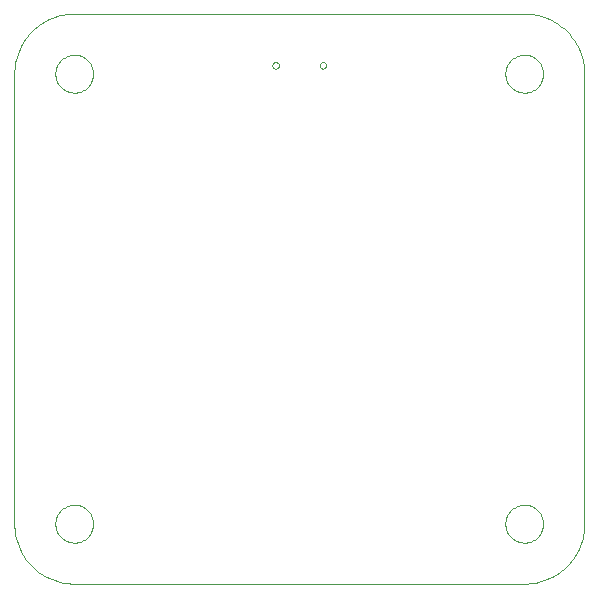
<source format=gbp>
G75*
G70*
%OFA0B0*%
%FSLAX24Y24*%
%IPPOS*%
%LPD*%
%AMOC8*
5,1,8,0,0,1.08239X$1,22.5*
%
%ADD10C,0.0000*%
D10*
X000141Y002141D02*
X000141Y017141D01*
X001511Y017141D02*
X001513Y017191D01*
X001519Y017241D01*
X001529Y017290D01*
X001543Y017338D01*
X001560Y017385D01*
X001581Y017430D01*
X001606Y017474D01*
X001634Y017515D01*
X001666Y017554D01*
X001700Y017591D01*
X001737Y017625D01*
X001777Y017655D01*
X001819Y017682D01*
X001863Y017706D01*
X001909Y017727D01*
X001956Y017743D01*
X002004Y017756D01*
X002054Y017765D01*
X002103Y017770D01*
X002154Y017771D01*
X002204Y017768D01*
X002253Y017761D01*
X002302Y017750D01*
X002350Y017735D01*
X002396Y017717D01*
X002441Y017695D01*
X002484Y017669D01*
X002525Y017640D01*
X002564Y017608D01*
X002600Y017573D01*
X002632Y017535D01*
X002662Y017495D01*
X002689Y017452D01*
X002712Y017408D01*
X002731Y017362D01*
X002747Y017314D01*
X002759Y017265D01*
X002767Y017216D01*
X002771Y017166D01*
X002771Y017116D01*
X002767Y017066D01*
X002759Y017017D01*
X002747Y016968D01*
X002731Y016920D01*
X002712Y016874D01*
X002689Y016830D01*
X002662Y016787D01*
X002632Y016747D01*
X002600Y016709D01*
X002564Y016674D01*
X002525Y016642D01*
X002484Y016613D01*
X002441Y016587D01*
X002396Y016565D01*
X002350Y016547D01*
X002302Y016532D01*
X002253Y016521D01*
X002204Y016514D01*
X002154Y016511D01*
X002103Y016512D01*
X002054Y016517D01*
X002004Y016526D01*
X001956Y016539D01*
X001909Y016555D01*
X001863Y016576D01*
X001819Y016600D01*
X001777Y016627D01*
X001737Y016657D01*
X001700Y016691D01*
X001666Y016728D01*
X001634Y016767D01*
X001606Y016808D01*
X001581Y016852D01*
X001560Y016897D01*
X001543Y016944D01*
X001529Y016992D01*
X001519Y017041D01*
X001513Y017091D01*
X001511Y017141D01*
X000141Y017141D02*
X000143Y017236D01*
X000150Y017331D01*
X000161Y017426D01*
X000177Y017520D01*
X000197Y017613D01*
X000222Y017704D01*
X000251Y017795D01*
X000284Y017884D01*
X000322Y017972D01*
X000363Y018057D01*
X000409Y018141D01*
X000458Y018222D01*
X000512Y018301D01*
X000569Y018377D01*
X000630Y018451D01*
X000694Y018521D01*
X000761Y018588D01*
X000831Y018652D01*
X000905Y018713D01*
X000981Y018770D01*
X001060Y018824D01*
X001141Y018873D01*
X001225Y018919D01*
X001310Y018960D01*
X001398Y018998D01*
X001487Y019031D01*
X001578Y019060D01*
X001669Y019085D01*
X001762Y019105D01*
X001856Y019121D01*
X001951Y019132D01*
X002046Y019139D01*
X002141Y019141D01*
X017141Y019141D01*
X016511Y017141D02*
X016513Y017191D01*
X016519Y017241D01*
X016529Y017290D01*
X016543Y017338D01*
X016560Y017385D01*
X016581Y017430D01*
X016606Y017474D01*
X016634Y017515D01*
X016666Y017554D01*
X016700Y017591D01*
X016737Y017625D01*
X016777Y017655D01*
X016819Y017682D01*
X016863Y017706D01*
X016909Y017727D01*
X016956Y017743D01*
X017004Y017756D01*
X017054Y017765D01*
X017103Y017770D01*
X017154Y017771D01*
X017204Y017768D01*
X017253Y017761D01*
X017302Y017750D01*
X017350Y017735D01*
X017396Y017717D01*
X017441Y017695D01*
X017484Y017669D01*
X017525Y017640D01*
X017564Y017608D01*
X017600Y017573D01*
X017632Y017535D01*
X017662Y017495D01*
X017689Y017452D01*
X017712Y017408D01*
X017731Y017362D01*
X017747Y017314D01*
X017759Y017265D01*
X017767Y017216D01*
X017771Y017166D01*
X017771Y017116D01*
X017767Y017066D01*
X017759Y017017D01*
X017747Y016968D01*
X017731Y016920D01*
X017712Y016874D01*
X017689Y016830D01*
X017662Y016787D01*
X017632Y016747D01*
X017600Y016709D01*
X017564Y016674D01*
X017525Y016642D01*
X017484Y016613D01*
X017441Y016587D01*
X017396Y016565D01*
X017350Y016547D01*
X017302Y016532D01*
X017253Y016521D01*
X017204Y016514D01*
X017154Y016511D01*
X017103Y016512D01*
X017054Y016517D01*
X017004Y016526D01*
X016956Y016539D01*
X016909Y016555D01*
X016863Y016576D01*
X016819Y016600D01*
X016777Y016627D01*
X016737Y016657D01*
X016700Y016691D01*
X016666Y016728D01*
X016634Y016767D01*
X016606Y016808D01*
X016581Y016852D01*
X016560Y016897D01*
X016543Y016944D01*
X016529Y016992D01*
X016519Y017041D01*
X016513Y017091D01*
X016511Y017141D01*
X017141Y019141D02*
X017236Y019139D01*
X017331Y019132D01*
X017426Y019121D01*
X017520Y019105D01*
X017613Y019085D01*
X017704Y019060D01*
X017795Y019031D01*
X017884Y018998D01*
X017972Y018960D01*
X018057Y018919D01*
X018141Y018873D01*
X018222Y018824D01*
X018301Y018770D01*
X018377Y018713D01*
X018451Y018652D01*
X018521Y018588D01*
X018588Y018521D01*
X018652Y018451D01*
X018713Y018377D01*
X018770Y018301D01*
X018824Y018222D01*
X018873Y018141D01*
X018919Y018057D01*
X018960Y017972D01*
X018998Y017884D01*
X019031Y017795D01*
X019060Y017704D01*
X019085Y017613D01*
X019105Y017520D01*
X019121Y017426D01*
X019132Y017331D01*
X019139Y017236D01*
X019141Y017141D01*
X019141Y002141D01*
X016511Y002141D02*
X016513Y002191D01*
X016519Y002241D01*
X016529Y002290D01*
X016543Y002338D01*
X016560Y002385D01*
X016581Y002430D01*
X016606Y002474D01*
X016634Y002515D01*
X016666Y002554D01*
X016700Y002591D01*
X016737Y002625D01*
X016777Y002655D01*
X016819Y002682D01*
X016863Y002706D01*
X016909Y002727D01*
X016956Y002743D01*
X017004Y002756D01*
X017054Y002765D01*
X017103Y002770D01*
X017154Y002771D01*
X017204Y002768D01*
X017253Y002761D01*
X017302Y002750D01*
X017350Y002735D01*
X017396Y002717D01*
X017441Y002695D01*
X017484Y002669D01*
X017525Y002640D01*
X017564Y002608D01*
X017600Y002573D01*
X017632Y002535D01*
X017662Y002495D01*
X017689Y002452D01*
X017712Y002408D01*
X017731Y002362D01*
X017747Y002314D01*
X017759Y002265D01*
X017767Y002216D01*
X017771Y002166D01*
X017771Y002116D01*
X017767Y002066D01*
X017759Y002017D01*
X017747Y001968D01*
X017731Y001920D01*
X017712Y001874D01*
X017689Y001830D01*
X017662Y001787D01*
X017632Y001747D01*
X017600Y001709D01*
X017564Y001674D01*
X017525Y001642D01*
X017484Y001613D01*
X017441Y001587D01*
X017396Y001565D01*
X017350Y001547D01*
X017302Y001532D01*
X017253Y001521D01*
X017204Y001514D01*
X017154Y001511D01*
X017103Y001512D01*
X017054Y001517D01*
X017004Y001526D01*
X016956Y001539D01*
X016909Y001555D01*
X016863Y001576D01*
X016819Y001600D01*
X016777Y001627D01*
X016737Y001657D01*
X016700Y001691D01*
X016666Y001728D01*
X016634Y001767D01*
X016606Y001808D01*
X016581Y001852D01*
X016560Y001897D01*
X016543Y001944D01*
X016529Y001992D01*
X016519Y002041D01*
X016513Y002091D01*
X016511Y002141D01*
X017141Y000141D02*
X017236Y000143D01*
X017331Y000150D01*
X017426Y000161D01*
X017520Y000177D01*
X017613Y000197D01*
X017704Y000222D01*
X017795Y000251D01*
X017884Y000284D01*
X017972Y000322D01*
X018057Y000363D01*
X018141Y000409D01*
X018222Y000458D01*
X018301Y000512D01*
X018377Y000569D01*
X018451Y000630D01*
X018521Y000694D01*
X018588Y000761D01*
X018652Y000831D01*
X018713Y000905D01*
X018770Y000981D01*
X018824Y001060D01*
X018873Y001141D01*
X018919Y001225D01*
X018960Y001310D01*
X018998Y001398D01*
X019031Y001487D01*
X019060Y001578D01*
X019085Y001669D01*
X019105Y001762D01*
X019121Y001856D01*
X019132Y001951D01*
X019139Y002046D01*
X019141Y002141D01*
X017141Y000141D02*
X002141Y000141D01*
X001511Y002141D02*
X001513Y002191D01*
X001519Y002241D01*
X001529Y002290D01*
X001543Y002338D01*
X001560Y002385D01*
X001581Y002430D01*
X001606Y002474D01*
X001634Y002515D01*
X001666Y002554D01*
X001700Y002591D01*
X001737Y002625D01*
X001777Y002655D01*
X001819Y002682D01*
X001863Y002706D01*
X001909Y002727D01*
X001956Y002743D01*
X002004Y002756D01*
X002054Y002765D01*
X002103Y002770D01*
X002154Y002771D01*
X002204Y002768D01*
X002253Y002761D01*
X002302Y002750D01*
X002350Y002735D01*
X002396Y002717D01*
X002441Y002695D01*
X002484Y002669D01*
X002525Y002640D01*
X002564Y002608D01*
X002600Y002573D01*
X002632Y002535D01*
X002662Y002495D01*
X002689Y002452D01*
X002712Y002408D01*
X002731Y002362D01*
X002747Y002314D01*
X002759Y002265D01*
X002767Y002216D01*
X002771Y002166D01*
X002771Y002116D01*
X002767Y002066D01*
X002759Y002017D01*
X002747Y001968D01*
X002731Y001920D01*
X002712Y001874D01*
X002689Y001830D01*
X002662Y001787D01*
X002632Y001747D01*
X002600Y001709D01*
X002564Y001674D01*
X002525Y001642D01*
X002484Y001613D01*
X002441Y001587D01*
X002396Y001565D01*
X002350Y001547D01*
X002302Y001532D01*
X002253Y001521D01*
X002204Y001514D01*
X002154Y001511D01*
X002103Y001512D01*
X002054Y001517D01*
X002004Y001526D01*
X001956Y001539D01*
X001909Y001555D01*
X001863Y001576D01*
X001819Y001600D01*
X001777Y001627D01*
X001737Y001657D01*
X001700Y001691D01*
X001666Y001728D01*
X001634Y001767D01*
X001606Y001808D01*
X001581Y001852D01*
X001560Y001897D01*
X001543Y001944D01*
X001529Y001992D01*
X001519Y002041D01*
X001513Y002091D01*
X001511Y002141D01*
X000141Y002141D02*
X000143Y002046D01*
X000150Y001951D01*
X000161Y001856D01*
X000177Y001762D01*
X000197Y001669D01*
X000222Y001578D01*
X000251Y001487D01*
X000284Y001398D01*
X000322Y001310D01*
X000363Y001225D01*
X000409Y001141D01*
X000458Y001060D01*
X000512Y000981D01*
X000569Y000905D01*
X000630Y000831D01*
X000694Y000761D01*
X000761Y000694D01*
X000831Y000630D01*
X000905Y000569D01*
X000981Y000512D01*
X001060Y000458D01*
X001141Y000409D01*
X001225Y000363D01*
X001310Y000322D01*
X001398Y000284D01*
X001487Y000251D01*
X001578Y000222D01*
X001669Y000197D01*
X001762Y000177D01*
X001856Y000161D01*
X001951Y000150D01*
X002046Y000143D01*
X002141Y000141D01*
X008746Y017420D02*
X008748Y017440D01*
X008754Y017460D01*
X008763Y017478D01*
X008776Y017495D01*
X008791Y017508D01*
X008809Y017518D01*
X008829Y017525D01*
X008849Y017528D01*
X008869Y017527D01*
X008889Y017522D01*
X008908Y017514D01*
X008925Y017502D01*
X008939Y017487D01*
X008950Y017469D01*
X008958Y017450D01*
X008962Y017430D01*
X008962Y017410D01*
X008958Y017390D01*
X008950Y017371D01*
X008939Y017353D01*
X008925Y017338D01*
X008908Y017326D01*
X008889Y017318D01*
X008869Y017313D01*
X008849Y017312D01*
X008829Y017315D01*
X008809Y017322D01*
X008791Y017332D01*
X008776Y017345D01*
X008763Y017362D01*
X008754Y017380D01*
X008748Y017400D01*
X008746Y017420D01*
X010321Y017420D02*
X010323Y017440D01*
X010329Y017460D01*
X010338Y017478D01*
X010351Y017495D01*
X010366Y017508D01*
X010384Y017518D01*
X010404Y017525D01*
X010424Y017528D01*
X010444Y017527D01*
X010464Y017522D01*
X010483Y017514D01*
X010500Y017502D01*
X010514Y017487D01*
X010525Y017469D01*
X010533Y017450D01*
X010537Y017430D01*
X010537Y017410D01*
X010533Y017390D01*
X010525Y017371D01*
X010514Y017353D01*
X010500Y017338D01*
X010483Y017326D01*
X010464Y017318D01*
X010444Y017313D01*
X010424Y017312D01*
X010404Y017315D01*
X010384Y017322D01*
X010366Y017332D01*
X010351Y017345D01*
X010338Y017362D01*
X010329Y017380D01*
X010323Y017400D01*
X010321Y017420D01*
M02*

</source>
